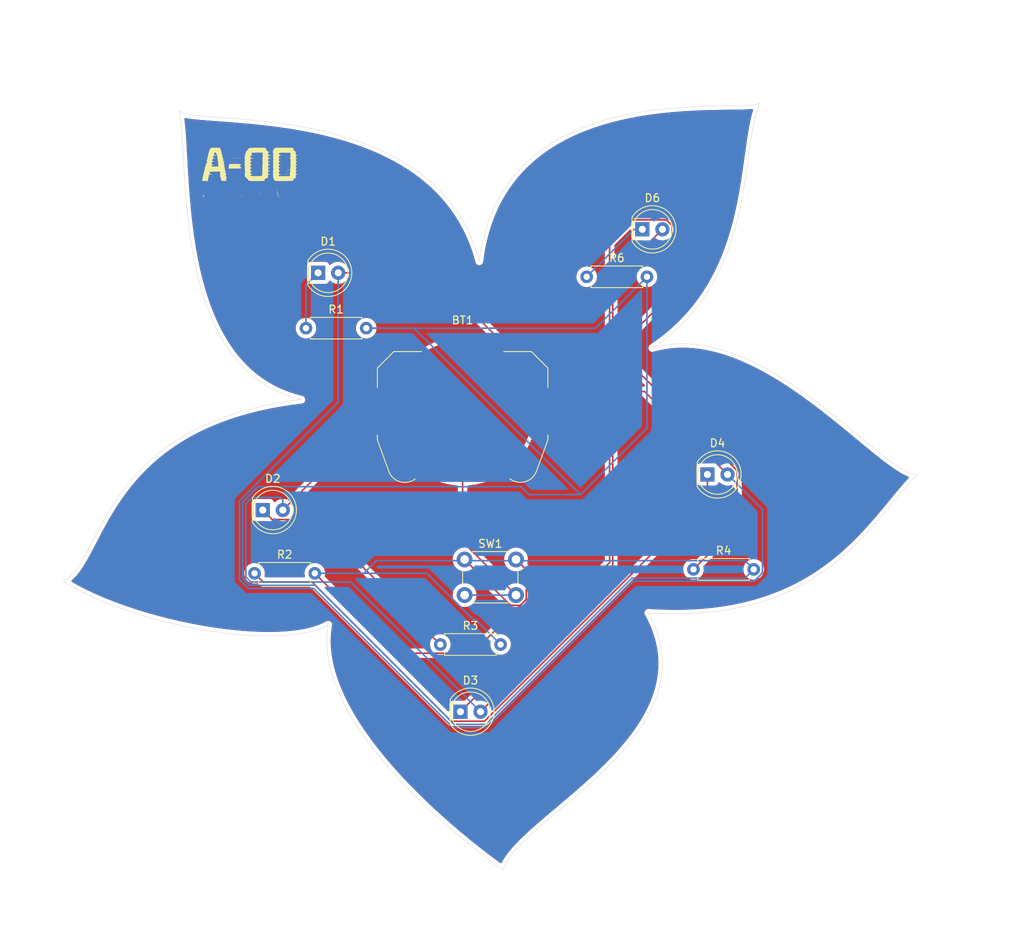
<source format=kicad_pcb>
(kicad_pcb (version 20241229) (generator "pcbnew") (generator_version "9.0")
  (layers (0 "F.Cu" signal) (2 "B.Cu" signal) (13 "F.Paste" user) (15 "B.Paste" user) (5 "F.SilkS" user "F.Silkscreen") (7 "B.SilkS" user "B.Silkscreen") (1 "F.Mask" user) (3 "B.Mask" user) (25 "Edge.Cuts" user))
  (net 0 "")
  (net 1 "Net-(BT1-+)")
  (net 2 "Net-(D1-K)")
  (net 3 "Net-(D2-K)")
  (net 4 "Net-(D3-K)")
  (net 5 "Net-(BT1--)")
  (net 6 "Net-(D4-K)")
  (net 7 "Net-(D6-K)")
  (net 8 "Net-(R1-Pad2)")
  (footprint "Resistor_THT:R_Axial_DIN0207_L6.3mm_D2.5mm_P7.62mm_Horizontal" (layer "F.Cu") (at 117.19 62.5)
    (property "Reference" "R1" (at 3.81 -2.37 0) (layer "F.SilkS"))
    (property "Value" "R")
    (fp_line (start 0.54 -1.37) (end 7.08 -1.37) (stroke (width 0.12)) (layer "F.SilkS"))
    (fp_line (start 0.54 -1.04) (end 0.54 -1.37) (stroke (width 0.12)) (layer "F.SilkS"))
    (fp_line (start 0.54 1.04) (end 0.54 1.37) (stroke (width 0.12)) (layer "F.SilkS"))
    (fp_line (start 0.54 1.37) (end 7.08 1.37) (stroke (width 0.12)) (layer "F.SilkS"))
    (fp_line (start 7.08 -1.37) (end 7.08 -1.04) (stroke (width 0.12)) (layer "F.SilkS"))
    (fp_line (start 7.08 1.37) (end 7.08 1.04) (stroke (width 0.12)) (layer "F.SilkS"))
    (pad "1" thru_hole circle (at 0 0) (size 1.6 1.6) (drill 0.8) (layers "*.Cu" "*.Mask") (net 2 "Net-(D1-K)"))
    (pad "2" thru_hole circle (at 7.62 0) (size 1.6 1.6) (drill 0.8) (layers "*.Cu" "*.Mask") (net 8 "Net-(R1-Pad2)"))
  )
  (footprint "LED_THT:LED_D5.0mm" (layer "F.Cu") (at 167.96 81)
    (property "Reference" "D4" (at 1.27 -3.96 0) (layer "F.SilkS"))
    (property "Value" "LED")
    (fp_line (start -1.29 -1.545) (end -1.29 1.545) (stroke (width 0.12)) (layer "F.SilkS"))
    (fp_arc (start -1.29 -1.54483) (mid 2.071779 -2.880495) (end 4.26 0) (stroke (width 0.12)) (layer "F.SilkS"))
    (fp_arc (start 4.26 0) (mid 2.071779 2.880495) (end -1.29 1.54483) (stroke (width 0.12)) (layer "F.SilkS"))
    (fp_circle (center 1.27 0) (end 3.77 0) (stroke (width 0.12)) (fill no) (layer "F.SilkS"))
    (pad "1" thru_hole rect (at 0 0) (size 1.8 1.8) (drill 0.9) (layers "*.Cu" "*.Mask") (net 6 "Net-(D4-K)"))
    (pad "2" thru_hole circle (at 2.54 0) (size 1.8 1.8) (drill 0.9) (layers "*.Cu" "*.Mask") (net 1 "Net-(BT1-+)"))
  )
  (footprint "LOGO" (layer "F.Cu") (at 110.5 42)
    (property "Reference" "G***" (hide yes))
    (property "Value" "LOGO" (hide yes))
    (fp_poly (pts (xy -3.227393 -0.922113) (xy -3.24835 -0.901156) (xy -3.269307 -0.922113) (xy -3.24835 -0.94307)) (fill yes) (layer "F.SilkS"))
    (fp_poly (pts (xy 2.975907 1.969967) (xy 2.95495 1.990924) (xy 2.933993 1.969967) (xy 2.95495 1.949009)) (fill yes) (layer "F.SilkS"))
    (fp_poly (pts (xy 4.359076 0.50297) (xy 4.338119 0.523927) (xy 4.317161 0.50297) (xy 4.338119 0.482013)) (fill yes) (layer "F.SilkS"))
    (fp_poly (pts (xy 4.40099 0.628712) (xy 4.380033 0.64967) (xy 4.359076 0.628712) (xy 4.380033 0.607755)) (fill yes) (layer "F.SilkS"))
    (fp_poly (pts (xy 4.40099 1.089769) (xy 4.380033 1.110726) (xy 4.359076 1.089769) (xy 4.380033 1.068811)) (fill yes) (layer "F.SilkS"))
    (fp_poly (pts (xy 4.610561 0.964026) (xy 4.589604 0.984983) (xy 4.568647 0.964026) (xy 4.589604 0.943069)) (fill yes) (layer "F.SilkS"))
    (fp_poly (pts (xy -1.305816 3.894017) (xy -1.261173 3.93298) (xy -1.257426 3.942407) (xy -1.277317 3.959634) (xy -1.318731 3.921033) (xy -1.3243 3.9125) (xy -1.32924 3.883819)) (fill yes) (layer "F.SilkS"))
    (fp_poly (pts (xy 0.86672 3.440439) (xy 0.8594 3.490711) (xy 0.804228 3.532143) (xy 0.761473 3.513901) (xy 0.754455 3.48237) (xy 0.788203 3.424632) (xy 0.820819 3.416006)) (fill yes) (layer "F.SilkS"))
    (fp_poly (pts (xy 4.272604 0.642846) (xy 4.290497 0.670867) (xy 4.306501 0.724771) (xy 4.277638 0.719637) (xy 4.239337 0.696181) (xy 4.208915 0.653118) (xy 4.224466 0.634192)) (fill yes) (layer "F.SilkS"))
    (fp_poly (pts (xy 4.553087 0.452482) (xy 4.539472 0.486359) (xy 4.488408 0.522006) (xy 4.418017 0.54671) (xy 4.40099 0.524086) (xy 4.433521 0.474666) (xy 4.500158 0.444004)) (fill yes) (layer "F.SilkS"))
    (fp_poly (pts (xy 3.005929 2.672029) (xy 3.012945 2.807417) (xy 3.005929 2.902557) (xy 2.996791 2.92856) (xy 2.990471 2.880958) (xy 2.988468 2.787293) (xy 2.991067 2.683816) (xy 2.997832 2.645034)) (fill yes) (layer "F.SilkS"))
    (fp_poly (pts (xy 4.225976 0.925171) (xy 4.228718 0.978609) (xy 4.199645 1.055246) (xy 4.191419 1.068811) (xy 4.160637 1.102328) (xy 4.150563 1.060915) (xy 4.150147 1.039849) (xy 4.166758 0.955328) (xy 4.191419 0.922112)) (fill yes) (layer "F.SilkS"))
    (fp_poly (pts (xy -1.624175 3.540538) (xy -1.484866 3.674968) (xy -1.397781 3.761847) (xy -1.353951 3.810918) (xy -1.344405 3.831923) (xy -1.352944 3.835148) (xy -1.385022 3.806976) (xy -1.461483 3.731351) (xy -1.568989 3.621612) (xy -1.635865 3.552227) (xy -1.907096 3.269307)) (fill yes) (layer "F.SilkS"))
    (fp_poly (pts (xy -6.275191 3.715824) (xy -6.240677 3.746552) (xy -6.18222 3.822911) (xy -6.170132 3.882341) (xy -6.193262 3.914433) (xy -6.220823 3.882619) (xy -6.282128 3.84722) (xy -6.310983 3.851417) (xy -6.376572 3.848528) (xy -6.393046 3.833318) (xy -6.387943 3.796027) (xy -6.373431 3.793234) (xy -6.334346 3.759211) (xy -6.329043 3.72873) (xy -6.318196 3.692951)) (fill yes) (layer "F.SilkS"))
    (fp_poly (pts (xy 3.053093 3.159398) (xy 3.081817 3.271787) (xy 3.084231 3.282704) (xy 3.130574 3.461445) (xy 3.188383 3.640716) (xy 3.227231 3.739759) (xy 3.275291 3.862337) (xy 3.292584 3.935251) (xy 3.280604 3.94993) (xy 3.240848 3.897802) (xy 3.209545 3.841162) (xy 3.152963 3.705674) (xy 3.097909 3.531533) (xy 3.052745 3.350712) (xy 3.025835 3.195184) (xy 3.02203 3.124279) (xy 3.031671 3.106426)) (fill yes) (layer "F.SilkS"))
    (fp_poly (pts (xy -1.79781 -0.977675) (xy -1.621735 -0.97436) (xy -1.52497 -0.970936) (xy -1.507105 -0.967847) (xy -1.563214 -0.965213) (xy -1.688368 -0.963154) (xy -1.87764 -0.961792) (xy -2.126102 -0.961247) (xy -2.158581 -0.961242) (xy -2.412154 -0.961705) (xy -2.60579 -0.96299) (xy -2.734831 -0.964976) (xy -2.794623 -0.967544) (xy -2.78051 -0.970574) (xy -2.687835 -0.973945) (xy -2.66959 -0.974407) (xy -2.398295 -0.978676) (xy -2.093146 -0.979765)) (fill yes) (layer "F.SilkS"))
    (fp_poly (pts (xy -2.036661 -0.270988) (xy -1.844242 -0.265935) (xy -1.711497 -0.256254) (xy -1.626369 -0.240913) (xy -1.576801 -0.218881) (xy -1.565795 -0.209571) (xy -1.533858 -0.13605) (xy -1.585713 -0.063116) (xy -1.697525 -0.000759) (xy -1.754584 0.028026) (xy -1.734047 0.04324) (xy -1.687046 0.052203) (xy -1.613395 0.080309) (xy -1.59274 0.109051) (xy -1.558498 0.153861) (xy -1.498433 0.187307) (xy -1.440013 0.215446) (xy -1.457949 0.22657) (xy -1.479949 0.227871) (xy -1.531027 0.248087) (xy -1.529868 0.272442) (xy -1.560104 0.28879) (xy -1.672034 0.301213) (xy -1.863613 0.309597) (xy -2.132792 0.313831) (xy -2.293892 0.314356) (xy -3.083819 0.314356) (xy -3.093401 0.188613) (xy -3.08899 0.100585) (xy -3.065044 0.062893) (xy -3.064326 0.062871) (xy -3.041644 0.029722) (xy -3.046471 -0.016673) (xy -3.044052 -0.11624) (xy -3.020115 -0.184329) (xy -2.998235 -0.217308) (xy -2.964876 -0.240843) (xy -2.907087 -0.256523) (xy -2.811915 -0.265932) (xy -2.666405 -0.270659) (xy -2.457605 -0.27229) (xy -2.300812 -0.272443)) (fill yes) (layer "F.SilkS"))
    (fp_poly (pts (xy -4.494008 -2.324957) (xy -4.330745 -2.320239) (xy -4.227132 -2.310775) (xy -4.171093 -2.295254) (xy -4.150553 -2.272367) (xy -4.149505 -2.263367) (xy -4.145332 -2.170524) (xy -4.121696 -2.104633) (xy -4.082986 -2.042346) (xy -4.040563 -1.948085) (xy -3.998388 -1.807883) (xy -3.97621 -1.707033) (xy -3.94788 -1.569581) (xy -3.920953 -1.464871) (xy -3.906041 -1.425164) (xy -3.88688 -1.358141) (xy -3.873446 -1.248032) (xy -3.872274 -1.228721) (xy -3.855562 -1.087808) (xy -3.816426 -1.012184) (xy -3.743688 -0.984065) (xy -3.717411 -0.982327) (xy -3.655001 -0.978229) (xy -3.667309 -0.963819) (xy -3.724266 -0.940143) (xy -3.796727 -0.886138) (xy -3.797615 -0.834586) (xy -3.775375 -0.73463) (xy -3.772277 -0.688157) (xy -3.74219 -0.621643) (xy -3.677971 -0.606423) (xy -3.613403 -0.600394) (xy -3.625827 -0.57406) (xy -3.655508 -0.550511) (xy -3.703356 -0.486159) (xy -3.708026 -0.382631) (xy -3.702416 -0.342273) (xy -3.6785 -0.242772) (xy -3.65084 -0.190796) (xy -3.645039 -0.188614) (xy -3.629299 -0.15205) (xy -3.63034 -0.061117) (xy -3.633913 -0.029697) (xy -3.635876 0.100475) (xy -3.594553 0.179206) (xy -3.587493 0.185435) (xy -3.545267 0.252122) (xy -3.557281 0.288482) (xy -3.581248 0.364018) (xy -3.575061 0.464671) (xy -3.545856 0.556599) (xy -3.500771 0.605964) (xy -3.489946 0.607755) (xy -3.449847 0.621347) (xy -3.473898 0.664626) (xy -3.500063 0.74077) (xy -3.495728 0.841656) (xy -3.467521 0.933656) (xy -3.422068 0.98314) (xy -3.410768 0.984983) (xy -3.358438 1.009386) (xy -3.353136 1.026897) (xy -3.38701 1.064255) (xy -3.414959 1.068811) (xy -3.452143 1.101552) (xy -3.456675 1.180842) (xy -3.433454 1.278281) (xy -3.38738 1.365472) (xy -3.358639 1.395301) (xy -3.315721 1.445214) (xy -3.344414 1.482563) (xy -3.379646 1.549885) (xy -3.387148 1.682479) (xy -3.386124 1.700958) (xy -3.374093 1.886138) (xy -3.638263 1.886138) (xy -3.83584 1.881012) (xy -3.963226 1.861344) (xy -4.033665 1.820706) (xy -4.060399 1.752665) (xy -4.059878 1.681414) (xy -4.066577 1.564456) (xy -4.074339 1.543839) (xy -3.967877 1.543839) (xy -3.962123 1.568757) (xy -3.939934 1.571782) (xy -3.905434 1.556446) (xy -3.911991 1.543839) (xy -3.961734 1.538823) (xy -3.967877 1.543839) (xy -4.074339 1.543839) (xy -4.099609 1.476722) (xy -4.101604 1.47421) (xy -4.131507 1.394505) (xy -4.152735 1.246079) (xy -4.16302 1.049777) (xy -4.170462 0.690379) (xy -4.820132 0.70146) (xy -5.469802 0.712541) (xy -5.482936 0.848762) (xy -5.485587 0.939381) (xy -5.454038 0.977056) (xy -5.365135 0.984939) (xy -5.346715 0.984983) (xy -5.248702 0.995336) (xy -5.198921 1.020851) (xy -5.19736 1.026897) (xy -5.234791 1.052038) (xy -5.32936 1.066997) (xy -5.383406 1.068811) (xy -5.569451 1.068811) (xy -5.598264 1.267904) (xy -5.623445 1.396677) (xy -5.653993 1.493334) (xy -5.667362 1.517614) (xy -5.689522 1.591004) (xy -5.689494 1.701923) (xy -5.688118 1.713148) (xy -5.683441 1.81522) (xy -5.714174 1.864854) (xy -5.757809 1.882008) (xy -5.897076 1.898652) (xy -6.110405 1.892969) (xy -6.297607 1.876562) (xy -6.40258 1.857166) (xy -6.447077 1.817458) (xy -6.454786 1.760859) (xy -6.427651 1.653566) (xy -6.388921 1.595733) (xy -6.352995 1.545248) (xy -6.363549 1.529868) (xy -6.383068 1.493037) (xy -6.367535 1.387534) (xy -6.363848 1.372689) (xy -6.328153 1.225487) (xy -6.291191 1.062134) (xy -6.284577 1.031364) (xy -6.251681 0.907456) (xy -6.215639 0.815713) (xy -6.203807 0.79698) (xy -6.177574 0.742175) (xy -6.18199 0.726865) (xy -6.18395 0.677811) (xy -6.163108 0.582766) (xy -6.157239 0.563065) (xy -6.122271 0.415722) (xy -6.116835 0.377227) (xy -5.99373 0.377227) (xy -5.972773 0.398184) (xy -5.957068 0.38248) (xy -5.370833 0.38248) (xy -5.315162 0.389737) (xy -5.302145 0.390013) (xy -5.230563 0.385483) (xy -5.224261 0.372362) (xy -5.227998 0.370691) (xy -5.311205 0.3624) (xy -5.35374 0.369138) (xy -5.370833 0.38248) (xy -5.957068 0.38248) (xy -5.951815 0.377227) (xy -5.972773 0.35627) (xy -5.99373 0.377227) (xy -6.116835 0.377227) (xy -6.100705 0.263003) (xy -6.100667 0.262505) (xy -6.078928 0.141096) (xy -6.04139 0.049664) (xy -6.035596 0.041857) (xy -6.012385 -0.008331) (xy -5.297425 -0.008331) (xy -5.248218 0.028479) (xy -5.158967 0.045789) (xy -5.014208 0.056143) (xy -4.841994 0.059263) (xy -4.67038 0.05487) (xy -4.527419 0.042683) (xy -4.486983 0.03606) (xy -4.396778 0.009842) (xy -4.370274 -0.034414) (xy -4.381682 -0.100162) (xy -4.403196 -0.211893) (xy -4.421513 -0.356032) (xy -4.425283 -0.398185) (xy -4.441373 -0.562217) (xy -4.462146 -0.726445) (xy -4.466353 -0.754456) (xy -4.486737 -0.911948) (xy -4.502713 -1.080826) (xy -4.504396 -1.105002) (xy -4.519383 -1.222695) (xy -4.543021 -1.301442) (xy -4.552909 -1.314573) (xy -4.582367 -1.372146) (xy -4.598192 -1.461607) (xy -4.625136 -1.563031) (xy -4.679801 -1.661981) (xy -4.742726 -1.727815) (xy -4.774236 -1.738798) (xy -4.856687 -1.697606) (xy -4.91628 -1.58951) (xy -4.929526 -1.538263) (xy -4.941647 -1.446561) (xy -4.913787 -1.410423) (xy -4.827845 -1.404126) (xy -4.729108 -1.391713) (xy -4.673433 -1.362212) (xy -4.692351 -1.33474) (xy -4.781036 -1.321108) (xy -4.818696 -1.320297) (xy -4.934527 -1.311795) (xy -4.997052 -1.27626) (xy -5.030741 -1.212783) (xy -5.067965 -1.082215) (xy -5.061193 -1.008495) (xy -5.01121 -0.999227) (xy -5.008793 -1.000123) (xy -4.922348 -1.004409) (xy -4.851615 -0.986307) (xy -4.79946 -0.961377) (xy -4.815359 -0.949809) (xy -4.906056 -0.945727) (xy -5.05133 -0.921468) (xy -5.131505 -0.849988) (xy -5.155446 -0.727646) (xy -5.145512 -0.650926) (xy -5.099505 -0.614451) (xy -4.998268 -0.59874) (xy -4.841089 -0.584664) (xy -5.029703 -0.542727) (xy -5.147117 -0.510501) (xy -5.205242 -0.469228) (xy -5.22786 -0.39864) (xy -5.231043 -0.371136) (xy -5.22383 -0.279336) (xy -5.170711 -0.223273) (xy -5.057658 -0.193764) (xy -4.945875 -0.184499) (xy -4.922654 -0.175216) (xy -4.971655 -0.156699) (xy -5.049782 -0.139432) (xy -5.194776 -0.100717) (xy -5.279978 -0.054771) (xy -5.297425 -0.008331) (xy -6.012385 -0.008331) (xy -5.996291 -0.043131) (xy -5.974079 -0.160959) (xy -5.973705 -0.166534) (xy -5.937919 -0.325239) (xy -5.85635 -0.419448) (xy -5.768548 -0.444277) (xy -5.713825 -0.449922) (xy -5.734906 -0.463381) (xy -5.784159 -0.478032) (xy -5.861919 -0.519843) (xy -5.87565 -0.598596) (xy -5.874179 -0.610075) (xy -5.84699 -0.721193) (xy -5.821786 -0.783136) (xy -5.789148 -0.886625) (xy -5.784159 -0.937586) (xy -5.768812 -1.038494) (xy -5.737549 -1.139434) (xy -5.699281 -1.273045) (xy -5.681415 -1.389042) (xy -5.658709 -1.529121) (xy -5.612912 -1.704583) (xy -5.552788 -1.889791) (xy -5.487104 -2.059104) (xy -5.424625 -2.186884) (xy -5.393249 -2.231931) (xy -5.354615 -2.269605) (xy -5.308136 -2.295649) (xy -5.238773 -2.312199) (xy -5.131487 -2.32139) (xy -4.971236 -2.325358) (xy -4.742982 -2.326237) (xy -4.728998 -2.326238)) (fill yes) (layer "F.SilkS"))
    (fp_poly (pts (xy 4.332561 -2.32478) (xy 4.64251 -2.320434) (xy 4.87271 -2.313244) (xy 5.02198 -2.303252) (xy 5.089141 -2.290501) (xy 5.092574 -2.284324) (xy 5.103892 -2.249677) (xy 5.142493 -2.241768) (xy 5.191518 -2.23426) (xy 5.162047 -2.205535) (xy 5.158395 -2.203205) (xy 5.096448 -2.127217) (xy 5.103532 -2.042284) (xy 5.15774 -1.989697) (xy 5.270479 -1.915039) (xy 5.359544 -1.830896) (xy 5.408345 -1.755873) (xy 5.405 -1.71236) (xy 5.384039 -1.646109) (xy 5.389796 -1.542333) (xy 5.390689 -1.537727) (xy 5.424271 -1.44136) (xy 5.485382 -1.406151) (xy 5.516955 -1.404126) (xy 5.593182 -1.389093) (xy 5.616501 -1.362212) (xy 5.580632 -1.330704) (xy 5.511716 -1.320297) (xy 5.440056 -1.308864) (xy 5.411328 -1.257981) (xy 5.40693 -1.178082) (xy 5.424398 -1.066488) (xy 5.488068 -1.00564) (xy 5.614842 -0.980518) (xy 5.630408 -0.979466) (xy 5.655938 -0.970404) (xy 5.606625 -0.954259) (xy 5.574587 -0.948031) (xy 5.473658 -0.919895) (xy 5.428784 -0.865519) (xy 5.414727 -0.785533) (xy 5.417992 -0.682189) (xy 5.464418 -0.62599) (xy 5.498555 -0.609538) (xy 5.595544 -0.570122) (xy 5.499033 -0.54156) (xy 5.434277 -0.507907) (xy 5.412461 -0.441391) (xy 5.415205 -0.36294) (xy 5.436783 -0.254917) (xy 5.489399 -0.202156) (xy 5.532673 -0.187975) (xy 5.637459 -0.163067) (xy 5.507839 -0.117451) (xy 5.419216 -0.075327) (xy 5.391535 -0.015128) (xy 5.397332 0.058389) (xy 5.427479 0.150924) (xy 5.474158 0.188611) (xy 5.474559 0.188613) (xy 5.527896 0.207743) (xy 5.512006 0.255083) (xy 5.455542 0.300446) (xy 5.399673 0.368701) (xy 5.397206 0.476674) (xy 5.417872 0.564696) (xy 5.441981 0.601324) (xy 5.442901 0.60128) (xy 5.502901 0.601366) (xy 5.55363 0.604432) (xy 5.595221 0.615066) (xy 5.56634 0.640147) (xy 5.507795 0.667487) (xy 5.419263 0.718036) (xy 5.391561 0.782719) (xy 5.39664 0.850042) (xy 5.429478 0.947064) (xy 5.508651 0.997535) (xy 5.54726 1.008443) (xy 5.679373 1.040737) (xy 5.553766 1.058556) (xy 5.432712 1.096822) (xy 5.38835 1.165277) (xy 5.407893 1.238267) (xy 5.416733 1.324752) (xy 5.394841 1.357535) (xy 5.368121 1.409045) (xy 5.402465 1.443279) (xy 5.431814 1.478124) (xy 5.388983 1.516758) (xy 5.373434 1.525362) (xy 5.265042 1.563447) (xy 5.200115 1.571782) (xy 5.132179 1.608454) (xy 5.102502 1.713129) (xy 5.106707 1.828162) (xy 5.068959 1.844369) (xy 4.960213 1.859072) (xy 4.79329 1.872011) (xy 4.581013 1.882926) (xy 4.336201 1.891557) (xy 4.071677 1.897644) (xy 3.800261 1.900925) (xy 3.534775 1.901142) (xy 3.288041 1.898034) (xy 3.072879 1.89134) (xy 2.902111 1.880802) (xy 2.83877 1.874186) (xy 2.728632 1.825737) (xy 2.638007 1.729069) (xy 2.591165 1.614622) (xy 2.591133 1.563601) (xy 2.589497 1.550825) (xy 3.60462 1.550825) (xy 3.625577 1.571782) (xy 3.646534 1.550825) (xy 3.625577 1.529868) (xy 3.60462 1.550825) (xy 2.589497 1.550825) (xy 2.583084 1.500748) (xy 2.561955 1.487953) (xy 2.545114 1.449274) (xy 2.53284 1.345928) (xy 2.525113 1.196948) (xy 2.521914 1.021371) (xy 2.523221 0.83823) (xy 2.524739 0.793263) (xy 3.241646 0.793263) (xy 3.24382 0.799679) (xy 3.266786 0.890232) (xy 3.269307 0.920183) (xy 3.306674 0.960925) (xy 3.40167 0.998382) (xy 3.447442 1.009072) (xy 3.625577 1.043874) (xy 3.447442 1.058753) (xy 3.33452 1.074131) (xy 3.282736 1.104988) (xy 3.269401 1.166258) (xy 3.269307 1.176007) (xy 3.269307 1.278382) (xy 3.978355 1.278382) (xy 4.257903 1.276645) (xy 4.46202 1.271035) (xy 4.59904 1.260956) (xy 4.677297 1.24581) (xy 4.704743 1.226364) (xy 4.693708 1.155085) (xy 4.670509 1.122772) (xy 4.641025 1.059421) (xy 4.647798 0.9505) (xy 4.65982 0.89187) (xy 4.680093 0.760201) (xy 4.695169 0.581528) (xy 4.702022 0.392645) (xy 4.702129 0.377227) (xy 4.707476 0.213427) (xy 4.720375 0.080159) (xy 4.73829 0.001277) (xy 4.742921 -0.006747) (xy 4.759844 -0.060795) (xy 4.748817 -0.076023) (xy 4.736285 -0.124228) (xy 4.7306 -0.236255) (xy 4.732372 -0.392332) (xy 4.736303 -0.48179) (xy 4.743822 -0.675719) (xy 4.740174 -0.800761) (xy 4.724114 -0.871268) (xy 4.700104 -0.898859) (xy 4.664745 -0.944149) (xy 4.687963 -1.014891) (xy 4.709711 -1.098635) (xy 4.722679 -1.235594) (xy 4.724163 -1.387787) (xy 4.715346 -1.676568) (xy 4.047916 -1.688148) (xy 3.781649 -1.691499) (xy 3.587306 -1.689309) (xy 3.453043 -1.679145) (xy 3.367013 -1.658578) (xy 3.317371 -1.625177) (xy 3.292271 -1.57651) (xy 3.28282 -1.531143) (xy 3.297079 -1.46198) (xy 3.37768 -1.423935) (xy 3.384941 -1.422288) (xy 3.517947 -1.388267) (xy 3.569148 -1.361219) (xy 3.540077 -1.33906) (xy 3.457921 -1.32315) (xy 3.349829 -1.301688) (xy 3.299284 -1.261283) (xy 3.280306 -1.175908) (xy 3.277255 -1.142162) (xy 3.264246 -0.984984) (xy 3.465869 -0.977938) (xy 3.582343 -0.973357) (xy 3.618699 -0.968935) (xy 3.578604 -0.962111) (xy 3.500366 -0.953858) (xy 3.354115 -0.927718) (xy 3.277028 -0.878556) (xy 3.255061 -0.79353) (xy 3.260249 -0.734294) (xy 3.28629 -0.643823) (xy 3.346448 -0.610861) (xy 3.40228 -0.607756) (xy 3.483325 -0.596018) (xy 3.500031 -0.566165) (xy 3.499835 -0.565842) (xy 3.441913 -0.5331) (xy 3.374092 -0.523928) (xy 3.288928 -0.511801) (xy 3.254186 -0.491457) (xy 3.247011 -0.431527) (xy 3.259415 -0.338207) (xy 3.283679 -0.246362) (xy 3.312084 -0.190856) (xy 3.321712 -0.186474) (xy 3.383464 -0.186636) (xy 3.468399 -0.184324) (xy 3.538375 -0.179927) (xy 3.535163 -0.170408) (xy 3.454622 -0.14953) (xy 3.443559 -0.146909) (xy 3.338217 -0.114458) (xy 3.271222 -0.08027) (xy 3.268648 -0.07785) (xy 3.247789 -0.011266) (xy 3.259491 0.080228) (xy 3.294142 0.159194) (xy 3.337064 0.188613) (xy 3.389632 0.212888) (xy 3.395049 0.230528) (xy 3.361357 0.268291) (xy 3.335671 0.272442) (xy 3.270089 0.306614) (xy 3.252462 0.405559) (xy 3.260749 0.469952) (xy 3.30298 0.546998) (xy 3.351036 0.565841) (xy 3.43554 0.580561) (xy 3.443104 0.617789) (xy 3.373888 0.667133) (xy 3.349303 0.678192) (xy 3.257617 0.733218) (xy 3.241646 0.793263) (xy 2.524739 0.793263) (xy 2.529015 0.666561) (xy 2.539277 0.5254) (xy 2.553986 0.43378) (xy 2.563084 0.412394) (xy 2.578619 0.356431) (xy 2.565299 0.340587) (xy 2.552132 0.293334) (xy 2.542874 0.185845) (xy 2.537764 0.041628) (xy 2.537039 -0.115804) (xy 2.540935 -0.262941) (xy 2.54969 -0.376273) (xy 2.55763 -0.419142) (xy 2.55271 -0.48902) (xy 2.535606 -0.540587) (xy 2.524546 -0.642101) (xy 2.5462 -0.739498) (xy 2.568091 -0.829304) (xy 2.558061 -0.879385) (xy 2.557619 -0.879671) (xy 2.544462 -0.928027) (xy 2.537435 -1.040105) (xy 2.537407 -1.195968) (xy 2.540163 -1.281182) (xy 2.543014 -1.47612) (xy 2.534836 -1.633679) (xy 2.516901 -1.733158) (xy 2.511664 -1.745394) (xy 2.490832 -1.833092) (xy 2.532829 -1.929389) (xy 2.581542 -2.022298) (xy 2.59868 -2.086332) (xy 2.625309 -2.155761) (xy 2.684141 -2.234506) (xy 2.71146 -2.261387) (xy 2.743992 -2.282427) (xy 2.791561 -2.298341) (xy 2.86399 -2.309845) (xy 2.971101 -2.317653) (xy 3.122718 -2.322482) (xy 3.328664 -2.325045) (xy 3.598761 -2.326059) (xy 3.942833 -2.326238) (xy 3.94404 -2.326238)) (fill yes) (layer "F.SilkS"))
    (fp_poly (pts (xy 1.053715 -2.325572) (xy 1.266664 -2.320732) (xy 1.439631 -2.313096) (xy 1.559395 -2.302592) (xy 1.612739 -2.289144) (xy 1.613696 -2.284324) (xy 1.614779 -2.245603) (xy 1.628256 -2.24241) (xy 1.651653 -2.20905) (xy 1.646558 -2.157662) (xy 1.662452 -2.07074) (xy 1.735765 -1.967642) (xy 1.848361 -1.868504) (xy 1.969967 -1.798578) (xy 2.074752 -1.752931) (xy 1.97851 -1.721789) (xy 1.91143 -1.683058) (xy 1.893606 -1.609092) (xy 1.89743 -1.557865) (xy 1.921711 -1.464737) (xy 1.959868 -1.42024) (xy 1.962237 -1.419844) (xy 2.037272 -1.414548) (xy 2.144609 -1.409365) (xy 2.233036 -1.397488) (xy 2.243823 -1.375453) (xy 2.181751 -1.348397) (xy 2.064737 -1.323542) (xy 1.960894 -1.299093) (xy 1.916445 -1.256343) (xy 1.907095 -1.173183) (xy 1.914278 -1.097811) (xy 1.949759 -1.052544) (xy 2.034436 -1.020091) (xy 2.116666 -0.999782) (xy 2.227791 -0.971675) (xy 2.261818 -0.955433) (xy 2.224079 -0.94767) (xy 2.200495 -0.946521) (xy 2.036345 -0.932049) (xy 1.939714 -0.897047) (xy 1.895005 -0.831868) (xy 1.886138 -0.752098) (xy 1.893309 -0.660071) (xy 1.931348 -0.617522) (xy 2.025047 -0.600223) (xy 2.043317 -0.598501) (xy 2.200495 -0.584186) (xy 2.053795 -0.541164) (xy 1.950939 -0.498032) (xy 1.90528 -0.431922) (xy 1.894341 -0.369427) (xy 1.893828 -0.283647) (xy 1.929921 -0.239952) (xy 2.024889 -0.213861) (xy 2.038141 -0.211342) (xy 2.133851 -0.186789) (xy 2.153419 -0.160745) (xy 2.134724 -0.144021) (xy 2.044322 -0.11237) (xy 1.981722 -0.105428) (xy 1.919123 -0.09243) (xy 1.895255 -0.038653) (xy 1.894227 0.042481) (xy 1.908852 0.146408) (xy 1.958047 0.199119) (xy 2.029172 0.223523) (xy 2.158581 0.257299) (xy 2.02236 0.28478) (xy 1.927337 0.315394) (xy 1.890695 0.372594) (xy 1.886138 0.436584) (xy 1.895016 0.516819) (xy 1.936754 0.562272) (xy 2.034014 0.593834) (xy 2.064274 0.6008) (xy 2.160969 0.625425) (xy 2.178739 0.639465) (xy 2.130573 0.645181) (xy 1.989967 0.663076) (xy 1.914551 0.711527) (xy 1.887401 0.804211) (xy 1.886138 0.842768) (xy 1.893728 0.939348) (xy 1.931661 0.978169) (xy 2.011881 0.984983) (xy 2.100169 0.997124) (xy 2.137614 1.026376) (xy 2.137624 1.026897) (xy 2.101201 1.056327) (xy 2.013445 1.068808) (xy 2.011881 1.068811) (xy 1.921798 1.080303) (xy 1.888934 1.128222) (xy 1.886138 1.170169) (xy 1.875759 1.278771) (xy 1.860697 1.337826) (xy 1.864472 1.392762) (xy 1.910994 1.404125) (xy 1.957599 1.415556) (xy 1.931533 1.446208) (xy 1.840236 1.490623) (xy 1.745262 1.525708) (xy 1.619496 1.578462) (xy 1.517359 1.638018) (xy 1.504255 1.648365) (xy 1.440597 1.72645) (xy 1.429153 1.793416) (xy 1.473444 1.825896) (xy 1.477475 1.826213) (xy 1.487777 1.841261) (xy 1.446039 1.865506) (xy 1.377203 1.877089) (xy 1.239992 1.886256) (xy 1.049826 1.893018) (xy 0.822125 1.897389) (xy 0.572306 1.899379) (xy 0.31579 1.899002) (xy 0.067995 1.896269) (xy -0.15566 1.891192) (xy -0.339755 1.883784) (xy -0.468871 1.874057) (xy -0.523928 1.863954) (xy -0.577387 1.835926) (xy -0.576731 1.826213) (xy -0.577574 1.797839) (xy -0.620482 1.732836) (xy -0.688406 1.654015) (xy -0.747241 1.598077) (xy -0.795618 1.556078) (xy 0.119926 1.556078) (xy 0.175598 1.563334) (xy 0.188614 1.563611) (xy 0.260196 1.55908) (xy 0.266498 1.545959) (xy 0.262761 1.544289) (xy 0.179554 1.535997) (xy 0.137019 1.542736) (xy 0.119926 1.556078) (xy -0.795618 1.556078) (xy -0.883918 1.479419) (xy -0.96874 1.392074) (xy -1.014486 1.313977) (xy -1.033938 1.223061) (xy -1.039877 1.097262) (xy -1.039981 1.092688) (xy -1.03616 0.950034) (xy -1.020489 0.838445) (xy -1.002764 0.792542) (xy -0.983628 0.734516) (xy -1.003147 0.714268) (xy -1.023185 0.661191) (xy -1.036466 0.541785) (xy -1.038217 0.481217) (xy -0.344371 0.481217) (xy -0.322029 0.566237) (xy -0.270326 0.602745) (xy -0.173378 0.612087) (xy -0.020957 0.616419) (xy -0.178136 0.658165) (xy -0.281178 0.693431) (xy -0.325545 0.74346) (xy -0.335303 0.836466) (xy -0.335314 0.842447) (xy -0.32874 0.937466) (xy -0.292026 0.976852) (xy -0.199688 0.984956) (xy -0.18614 0.984983) (xy -0.09077 0.994911) (xy -0.060436 1.021176) (xy -0.062872 1.026897) (xy -0.119533 1.057095) (xy -0.212045 1.068811) (xy -0.307929 1.091963) (xy -0.335661 1.146118) (xy -0.291244 1.208324) (xy -0.241007 1.235162) (xy -0.163227 1.250798) (xy -0.028631 1.262653) (xy 0.145434 1.270707) (xy 0.341626 1.274944) (xy 0.542598 1.275346) (xy 0.731008 1.271896) (xy 0.889509 1.264576) (xy 1.000758 1.253369) (xy 1.04741 1.238256) (xy 1.047855 1.236468) (xy 1.08095 1.197517) (xy 1.100247 1.194554) (xy 1.122231 1.190382) (xy 1.138924 1.170943) (xy 1.151189 1.12585) (xy 1.159885 1.044716) (xy 1.165874 0.917155) (xy 1.170017 0.73278) (xy 1.173176 0.481206) (xy 1.174959 0.293399) (xy 1.17985 0.04321) (xy 1.18915 -0.166672) (xy 1.201987 -0.323473) (xy 1.217489 -0.414419) (xy 1.224342 -0.429621) (xy 1.245228 -0.474864) (xy 1.223787 -0.482014) (xy 1.204828 -0.519988) (xy 1.19211 -0.618616) (xy 1.185619 -0.75496) (xy 1.185339 -0.906079) (xy 1.191257 -1.049033) (xy 1.203358 -1.160882) (xy 1.221628 -1.218687) (xy 1.224256 -1.220916) (xy 1.238235 -1.268889) (xy 1.229258 -1.290049) (xy 1.213286 -1.359211) (xy 1.209022 -1.474486) (xy 1.210783 -1.517681) (xy 1.221843 -1.697525) (xy 0.453743 -1.692663) (xy 0.21692 -1.690125) (xy 0.018013 -1.685976) (xy -0.131584 -1.680627) (xy -0.220477 -1.674487) (xy -0.237271 -1.667969) (xy -0.236554 -1.667775) (xy -0.183081 -1.634167) (xy -0.177582 -1.557617) (xy -0.183113 -1.525937) (xy -0.191277 -1.43915) (xy -0.158875 -1.407125) (xy -0.122221 -1.404126) (xy -0.064928 -1.387823) (xy -0.062872 -1.362212) (xy -0.119533 -1.332014) (xy -0.212045 -1.320297) (xy -0.294904 -1.311864) (xy -0.328888 -1.269654) (xy -0.335314 -1.173598) (xy -0.327897 -1.074728) (xy -0.292482 -1.034046) (xy -0.22005 -1.026326) (xy -0.088739 -1.013954) (xy 0 -0.99489) (xy 0.048414 -0.975734) (xy 0.03227 -0.961496) (xy -0.056618 -0.948128) (xy -0.104786 -0.94307) (xy -0.228936 -0.927622) (xy -0.29245 -0.901689) (xy -0.318181 -0.847256) (xy -0.327197 -0.767766) (xy -0.329818 -0.665397) (xy -0.300931 -0.618454) (xy -0.22017 -0.59928) (xy -0.201454 -0.596986) (xy -0.062872 -0.580552) (xy -0.199093 -0.547) (xy -0.293668 -0.512297) (xy -0.330341 -0.45187) (xy -0.335314 -0.376877) (xy -0.31926 -0.270872) (xy -0.26341 -0.221983) (xy -0.251485 -0.218384) (xy -0.183458 -0.18146) (xy -0.167657 -0.150624) (xy -0.202724 -0.113396) (xy -0.251485 -0.104786) (xy -0.310089 -0.08765) (xy -0.333071 -0.021449) (xy -0.335314 0.036675) (xy -0.324787 0.13684) (xy -0.276222 0.186664) (xy -0.199093 0.21067) (xy -0.112506 0.233406) (xy -0.10224 0.24716) (xy -0.162748 0.260964) (xy -0.167657 0.26184) (xy -0.29044 0.301702) (xy -0.344165 0.374604) (xy -0.344371 0.481217) (xy -1.038217 0.481217) (xy -1.041335 0.373394) (xy -1.040943 0.318305) (xy -1.041523 0.147211) (xy -1.047694 0.006814) (xy -1.058256 -0.080787) (xy -1.063473 -0.096147) (xy -1.072453 -0.162644) (xy -1.060783 -0.273469) (xy -1.05307 -0.311918) (xy -1.036126 -0.430596) (xy -1.04626 -0.499513) (xy -1.052401 -0.50578) (xy -1.072187 -0.559739) (xy -1.066857 -0.654347) (xy -1.042564 -0.752477) (xy -1.005463 -0.817002) (xy -1.000173 -0.820892) (xy -0.992842 -0.854101) (xy -1.026418 -0.874215) (xy -1.064847 -0.902506) (xy -1.079774 -0.962105) (xy -1.074375 -1.074082) (xy -1.066785 -1.142011) (xy -1.038589 -1.306244) (xy -0.998424 -1.4612) (xy -0.973449 -1.529868) (xy -0.933425 -1.632841) (xy -0.915807 -1.701826) (xy -0.916061 -1.709269) (xy -0.902426 -1.778593) (xy -0.85532 -1.87043) (xy -0.795268 -1.952037) (xy -0.742796 -1.990671) (xy -0.739505 -1.990925) (xy -0.683495 -2.024681) (xy -0.625478 -2.105877) (xy -0.625317 -2.106189) (xy -0.561764 -2.20675) (xy -0.502971 -2.272512) (xy -0.446046 -2.287379) (xy -0.323351 -2.300041) (xy -0.148105 -2.310424) (xy 0.066472 -2.318454) (xy 0.307161 -2.324058) (xy 0.560744 -2.327161) (xy 0.814002 -2.327691)) (fill yes) (layer "F.SilkS"))
  )
  (footprint "Resistor_THT:R_Axial_DIN0207_L6.3mm_D2.5mm_P7.62mm_Horizontal" (layer "F.Cu") (at 166.19 93)
    (property "Reference" "R4" (at 3.81 -2.37 0) (layer "F.SilkS"))
    (property "Value" "R")
    (fp_line (start 0.54 -1.37) (end 7.08 -1.37) (stroke (width 0.12)) (layer "F.SilkS"))
    (fp_line (start 0.54 -1.04) (end 0.54 -1.37) (stroke (width 0.12)) (layer "F.SilkS"))
    (fp_line (start 0.54 1.04) (end 0.54 1.37) (stroke (width 0.12)) (layer "F.SilkS"))
    (fp_line (start 0.54 1.37) (end 7.08 1.37) (stroke (width 0.12)) (layer "F.SilkS"))
    (fp_line (start 7.08 -1.37) (end 7.08 -1.04) (stroke (width 0.12)) (layer "F.SilkS"))
    (fp_line (start 7.08 1.37) (end 7.08 1.04) (stroke (width 0.12)) (layer "F.SilkS"))
    (pad "1" thru_hole circle (at 0 0) (size 1.6 1.6) (drill 0.8) (layers "*.Cu" "*.Mask") (net 4 "Net-(D3-K)"))
    (pad "2" thru_hole circle (at 7.62 0) (size 1.6 1.6) (drill 0.8) (layers "*.Cu" "*.Mask") (net 8 "Net-(R1-Pad2)"))
  )
  (footprint "LED_THT:LED_D5.0mm" (layer "F.Cu") (at 159.725 50)
    (property "Reference" "D6" (at 1.27 -3.96 0) (layer "F.SilkS"))
    (property "Value" "LED")
    (fp_line (start -1.29 -1.545) (end -1.29 1.545) (stroke (width 0.12)) (layer "F.SilkS"))
    (fp_arc (start -1.29 -1.54483) (mid 2.071779 -2.880495) (end 4.26 0) (stroke (width 0.12)) (layer "F.SilkS"))
    (fp_arc (start 4.26 0) (mid 2.071779 2.880495) (end -1.29 1.54483) (stroke (width 0.12)) (layer "F.SilkS"))
    (fp_circle (center 1.27 0) (end 3.77 0) (stroke (width 0.12)) (fill no) (layer "F.SilkS"))
    (pad "1" thru_hole rect (at 0 0) (size 1.8 1.8) (drill 0.9) (layers "*.Cu" "*.Mask") (net 7 "Net-(D6-K)"))
    (pad "2" thru_hole circle (at 2.54 0) (size 1.8 1.8) (drill 0.9) (layers "*.Cu" "*.Mask") (net 1 "Net-(BT1-+)"))
  )
  (footprint "Resistor_THT:R_Axial_DIN0207_L6.3mm_D2.5mm_P7.62mm_Horizontal" (layer "F.Cu") (at 134.18 102.5)
    (property "Reference" "R3" (at 3.81 -2.37 0) (layer "F.SilkS"))
    (property "Value" "R")
    (fp_line (start 0.54 -1.37) (end 7.08 -1.37) (stroke (width 0.12)) (layer "F.SilkS"))
    (fp_line (start 0.54 -1.04) (end 0.54 -1.37) (stroke (width 0.12)) (layer "F.SilkS"))
    (fp_line (start 0.54 1.04) (end 0.54 1.37) (stroke (width 0.12)) (layer "F.SilkS"))
    (fp_line (start 0.54 1.37) (end 7.08 1.37) (stroke (width 0.12)) (layer "F.SilkS"))
    (fp_line (start 7.08 -1.37) (end 7.08 -1.04) (stroke (width 0.12)) (layer "F.SilkS"))
    (fp_line (start 7.08 1.37) (end 7.08 1.04) (stroke (width 0.12)) (layer "F.SilkS"))
    (pad "1" thru_hole circle (at 0 0) (size 1.6 1.6) (drill 0.8) (layers "*.Cu" "*.Mask") (net 3 "Net-(D2-K)"))
    (pad "2" thru_hole circle (at 7.62 0) (size 1.6 1.6) (drill 0.8) (layers "*.Cu" "*.Mask") (net 8 "Net-(R1-Pad2)"))
  )
  (footprint "Resistor_THT:R_Axial_DIN0207_L6.3mm_D2.5mm_P7.62mm_Horizontal" (layer "F.Cu") (at 110.69 93.5)
    (property "Reference" "R2" (at 3.81 -2.37 0) (layer "F.SilkS"))
    (property "Value" "R")
    (fp_line (start 0.54 -1.37) (end 7.08 -1.37) (stroke (width 0.12)) (layer "F.SilkS"))
    (fp_line (start 0.54 -1.04) (end 0.54 -1.37) (stroke (width 0.12)) (layer "F.SilkS"))
    (fp_line (start 0.54 1.04) (end 0.54 1.37) (stroke (width 0.12)) (layer "F.SilkS"))
    (fp_line (start 0.54 1.37) (end 7.08 1.37) (stroke (width 0.12)) (layer "F.SilkS"))
    (fp_line (start 7.08 -1.37) (end 7.08 -1.04) (stroke (width 0.12)) (layer "F.SilkS"))
    (fp_line (start 7.08 1.37) (end 7.08 1.04) (stroke (width 0.12)) (layer "F.SilkS"))
    (pad "1" thru_hole circle (at 0 0) (size 1.6 1.6) (drill 0.8) (layers "*.Cu" "*.Mask") (net 6 "Net-(D4-K)"))
    (pad "2" thru_hole circle (at 7.62 0) (size 1.6 1.6) (drill 0.8) (layers "*.Cu" "*.Mask") (net 8 "Net-(R1-Pad2)"))
  )
  (footprint "Resistor_THT:R_Axial_DIN0207_L6.3mm_D2.5mm_P7.62mm_Horizontal" (layer "F.Cu") (at 152.69 56)
    (property "Reference" "R6" (at 3.81 -2.37 0) (layer "F.SilkS"))
    (property "Value" "R")
    (fp_line (start 0.54 -1.37) (end 7.08 -1.37) (stroke (width 0.12)) (layer "F.SilkS"))
    (fp_line (start 0.54 -1.04) (end 0.54 -1.37) (stroke (width 0.12)) (layer "F.SilkS"))
    (fp_line (start 0.54 1.04) (end 0.54 1.37) (stroke (width 0.12)) (layer "F.SilkS"))
    (fp_line (start 0.54 1.37) (end 7.08 1.37) (stroke (width 0.12)) (layer "F.SilkS"))
    (fp_line (start 7.08 -1.37) (end 7.08 -1.04) (stroke (width 0.12)) (layer "F.SilkS"))
    (fp_line (start 7.08 1.37) (end 7.08 1.04) (stroke (width 0.12)) (layer "F.SilkS"))
    (pad "1" thru_hole circle (at 0 0) (size 1.6 1.6) (drill 0.8) (layers "*.Cu" "*.Mask") (net 7 "Net-(D6-K)"))
    (pad "2" thru_hole circle (at 7.62 0) (size 1.6 1.6) (drill 0.8) (layers "*.Cu" "*.Mask") (net 8 "Net-(R1-Pad2)"))
  )
  (footprint "Button_Switch_THT:SW_PUSH_6mm" (layer "F.Cu") (at 137.25 91.75)
    (property "Reference" "SW1" (at 3.25 -2 0) (layer "F.SilkS"))
    (property "Value" "SW_Push")
    (fp_line (start -0.25 1.5) (end -0.25 3) (stroke (width 0.12)) (layer "F.SilkS"))
    (fp_line (start 1 5.5) (end 5.5 5.5) (stroke (width 0.12)) (layer "F.SilkS"))
    (fp_line (start 5.5 -1) (end 1 -1) (stroke (width 0.12)) (layer "F.SilkS"))
    (fp_line (start 6.75 3) (end 6.75 1.5) (stroke (width 0.12)) (layer "F.SilkS"))
    (pad "1" thru_hole circle (at 0 0 90) (size 2 2) (drill 1.1) (layers "*.Cu" "*.Mask") (net 8 "Net-(R1-Pad2)"))
    (pad "1" thru_hole circle (at 6.5 0 90) (size 2 2) (drill 1.1) (layers "*.Cu" "*.Mask") (net 8 "Net-(R1-Pad2)"))
    (pad "2" thru_hole circle (at 0 4.5 90) (size 2 2) (drill 1.1) (layers "*.Cu" "*.Mask") (net 5 "Net-(BT1--)"))
    (pad "2" thru_hole circle (at 6.5 4.5 90) (size 2 2) (drill 1.1) (layers "*.Cu" "*.Mask") (net 5 "Net-(BT1--)"))
  )
  (footprint "LED_THT:LED_D5.0mm" (layer "F.Cu") (at 136.725 111)
    (property "Reference" "D3" (at 1.27 -3.96 0) (layer "F.SilkS"))
    (property "Value" "LED")
    (fp_line (start -1.29 -1.545) (end -1.29 1.545) (stroke (width 0.12)) (layer "F.SilkS"))
    (fp_arc (start -1.29 -1.54483) (mid 2.071779 -2.880495) (end 4.26 0) (stroke (width 0.12)) (layer "F.SilkS"))
    (fp_arc (start 4.26 0) (mid 2.071779 2.880495) (end -1.29 1.54483) (stroke (width 0.12)) (layer "F.SilkS"))
    (fp_circle (center 1.27 0) (end 3.77 0) (stroke (width 0.12)) (fill no) (layer "F.SilkS"))
    (pad "1" thru_hole rect (at 0 0) (size 1.8 1.8) (drill 0.9) (layers "*.Cu" "*.Mask") (net 4 "Net-(D3-K)"))
    (pad "2" thru_hole circle (at 2.54 0) (size 1.8 1.8) (drill 0.9) (layers "*.Cu" "*.Mask") (net 1 "Net-(BT1-+)"))
  )
  (footprint "LED_THT:LED_D5.0mm" (layer "F.Cu") (at 111.725 85.5)
    (property "Reference" "D2" (at 1.27 -3.96 0) (layer "F.SilkS"))
    (property "Value" "LED")
    (fp_line (start -1.29 -1.545) (end -1.29 1.545) (stroke (width 0.12)) (layer "F.SilkS"))
    (fp_arc (start -1.29 -1.54483) (mid 2.071779 -2.880495) (end 4.26 0) (stroke (width 0.12)) (layer "F.SilkS"))
    (fp_arc (start 4.26 0) (mid 2.071779 2.880495) (end -1.29 1.54483) (stroke (width 0.12)) (layer "F.SilkS"))
    (fp_circle (center 1.27 0) (end 3.77 0) (stroke (width 0.12)) (fill no) (layer "F.SilkS"))
    (pad "1" thru_hole rect (at 0 0) (size 1.8 1.8) (drill 0.9) (layers "*.Cu" "*.Mask") (net 3 "Net-(D2-K)"))
    (pad "2" thru_hole circle (at 2.54 0) (size 1.8 1.8) (drill 0.9) (layers "*.Cu" "*.Mask") (net 1 "Net-(BT1-+)"))
  )
  (footprint "LED_THT:LED_D5.0mm" (layer "F.Cu") (at 118.725 55.5)
    (property "Reference" "D1" (at 1.27 -3.96 0) (layer "F.SilkS"))
    (property "Value" "LED")
    (fp_line (start -1.29 -1.545) (end -1.29 1.545) (stroke (width 0.12)) (layer "F.SilkS"))
    (fp_arc (start -1.29 -1.54483) (mid 2.071779 -2.880495) (end 4.26 0) (stroke (width 0.12)) (layer "F.SilkS"))
    (fp_arc (start 4.26 0) (mid 2.071779 2.880495) (end -1.29 1.54483) (stroke (width 0.12)) (layer "F.SilkS"))
    (fp_circle (center 1.27 0) (end 3.77 0) (stroke (width 0.12)) (fill no) (layer "F.SilkS"))
    (pad "1" thru_hole rect (at 0 0) (size 1.8 1.8) (drill 0.9) (layers "*.Cu" "*.Mask") (net 2 "Net-(D1-K)"))
    (pad "2" thru_hole circle (at 2.54 0) (size 1.8 1.8) (drill 0.9) (layers "*.Cu" "*.Mask") (net 1 "Net-(BT1-+)"))
  )
  (footprint "Battery:BatteryHolder_Keystone_3034_1x20mm" (layer "F.Cu") (at 137 73)
    (property "Reference" "BT1" (at 0 -11.5 0) (layer "F.SilkS"))
    (property "Value" "Battery")
    (fp_line (start -10.78 -5.46) (end -10.78 -3) (stroke (width 0.12)) (layer "F.SilkS"))
    (fp_line (start -10.78 3) (end -10.78 3.63) (stroke (width 0.12)) (layer "F.SilkS"))
    (fp_line (start -10.78 3.63) (end -9.34 7.58) (stroke (width 0.12)) (layer "F.SilkS"))
    (fp_line (start -8.7 -7.54) (end -10.78 -5.46) (stroke (width 0.12)) (layer "F.SilkS"))
    (fp_line (start -5.2 -7.54) (end -8.7 -7.54) (stroke (width 0.12)) (layer "F.SilkS"))
    (fp_line (start 8.7 -7.54) (end 5.2 -7.54) (stroke (width 0.12)) (layer "F.SilkS"))
    (fp_line (start 8.7 -7.54) (end 10.78 -5.46) (stroke (width 0.12)) (layer "F.SilkS"))
    (fp_line (start 10.78 -5.46) (end 10.78 -3) (stroke (width 0.12)) (layer "F.SilkS"))
    (fp_line (start 10.78 3) (end 10.78 3.63) (stroke (width 0.12)) (layer "F.SilkS"))
    (fp_line (start 10.78 3.63) (end 9.34 7.58) (stroke (width 0.12)) (layer "F.SilkS"))
    (fp_arc (start -6.003354 8.56653) (mid -7.921654 8.918738) (end -9.34 7.58) (stroke (width 0.12)) (layer "F.SilkS"))
    (fp_arc (start 9.325243 7.588169) (mid 7.90634 8.911668) (end 6 8.55) (stroke (width 0.12)) (layer "F.SilkS"))
    (pad "1" smd rect (at -10.985 0) (size 1.27 5.08) (layers "F.Cu" "F.Mask" "F.Paste") (net 1 "Net-(BT1-+)"))
    (pad "1" smd rect (at 10.985 0) (size 1.27 5.08) (layers "F.Cu" "F.Mask" "F.Paste") (net 1 "Net-(BT1-+)"))
    (pad "2" smd circle (at 0 0) (size 17.8 17.8) (layers "F.Cu" "F.Mask") (net 5 "Net-(BT1--)"))
  )
  (gr_curve (pts (xy 169.60835 32.541925) (xy 169.60835 32.541925) (xy 169.60835 32.541925) (xy 169.60835 32.541925)) (stroke (width 0.05)) (layer "Edge.Cuts"))
  (gr_curve (pts (xy 116.60835 71.541925) (xy 99.60835 67.541925) (xy 102.60835 40.541925) (xy 101.10835 35.041925)) (stroke (width 0.05)) (layer "Edge.Cuts"))
  (gr_curve (pts (xy 116.60835 71.541925) (xy 91.10835 74.541925) (xy 91.60835 92.041925) (xy 86.5 94.5)) (stroke (width 0.05)) (layer "Edge.Cuts"))
  (gr_curve (pts (xy 120 100) (xy 114 103.5) (xy 95.10835 100.041925) (xy 86.5 94.5)) (stroke (width 0.05)) (layer "Edge.Cuts"))
  (gr_curve (pts (xy 161 65) (xy 174.5 56) (xy 172 39.5) (xy 174.60835 34.041925)) (stroke (width 0.05)) (layer "Edge.Cuts"))
  (gr_curve (pts (xy 161 65) (xy 175 61) (xy 190 81) (xy 194.5 81.041925)) (stroke (width 0.05)) (layer "Edge.Cuts"))
  (gr_curve (pts (xy 139.10835 54.041925) (xy 142.10835 30.041925) (xy 173 35.5) (xy 174.60835 34.041925)) (stroke (width 0.05)) (layer "Edge.Cuts"))
  (gr_curve (pts (xy 120 100) (xy 117.5 114) (xy 142.10835 131) (xy 142.10835 131)) (stroke (width 0.05)) (layer "Edge.Cuts"))
  (gr_curve (pts (xy 139.10835 54.041925) (xy 133.60835 33.041925) (xy 102.60835 37.041925) (xy 101.10835 35.041925)) (stroke (width 0.05)) (layer "Edge.Cuts"))
  (gr_curve (pts (xy 160.5 98.5) (xy 183 100) (xy 188.89165 86.458075) (xy 194.5 81.041925)) (stroke (width 0.05)) (layer "Edge.Cuts"))
  (gr_curve (pts (xy 160.5 98.5) (xy 169 114) (xy 144 124.5) (xy 142.10835 131)) (stroke (width 0.05)) (layer "Edge.Cuts"))
  (segment (start 155.985 70.5) (end 155.985 56.28) (width 0.2) (layer "F.Cu") (net 1))
  (segment (start 126.015 73) (end 126.015 73.75) (width 0.2) (layer "F.Cu") (net 1))
  (segment (start 147.985 70.26) (end 147.985 73) (width 0.2) (layer "F.Cu") (net 1))
  (segment (start 155.985 56.28) (end 162.265 50) (width 0.2) (layer "F.Cu") (net 1))
  (segment (start 121.265 55.5) (end 133.225 55.5) (width 0.2) (layer "F.Cu") (net 1))
  (segment (start 155.985 70.5) (end 155.985 94.28) (width 0.2) (layer "F.Cu") (net 1))
  (segment (start 126.015 73.75) (end 114.265 85.5) (width 0.2) (layer "F.Cu") (net 1))
  (segment (start 133.225 55.5) (end 147.985 70.26) (width 0.2) (layer "F.Cu") (net 1))
  (segment (start 155.985 94.28) (end 139.265 111) (width 0.2) (layer "F.Cu") (net 1))
  (segment (start 155.985 70.5) (end 160 70.5) (width 0.2) (layer "F.Cu") (net 1))
  (segment (start 160 70.5) (end 170.5 81) (width 0.2) (layer "F.Cu") (net 1))
  (segment (start 121.265 71.8567) (end 108.787 84.3347) (width 0.2) (layer "B.Cu") (net 1))
  (segment (start 108.787 84.3347) (end 108.787 94.28825) (width 0.2) (layer "B.Cu") (net 1))
  (segment (start 158.595671 94.502) (end 173.86505 94.502) (width 0.2) (layer "B.Cu") (net 1))
  (segment (start 118.1589 95.403) (end 135.7589 113.003) (width 0.2) (layer "B.Cu") (net 1))
  (segment (start 135.7589 113.003) (end 140.094671 113.003) (width 0.2) (layer "B.Cu") (net 1))
  (segment (start 109.90175 95.403) (end 118.1589 95.403) (width 0.2) (layer "B.Cu") (net 1))
  (segment (start 110.23395 94.601) (end 122.866 94.601) (width 0.2) (layer "B.Cu") (net 1))
  (segment (start 109.589 84.6669) (end 110.3579 83.898) (width 0.2) (layer "B.Cu") (net 1))
  (segment (start 173.86505 94.502) (end 174.911 93.45605) (width 0.2) (layer "B.Cu") (net 1))
  (segment (start 114.265 84.227208) (end 114.265 85.5) (width 0.2) (layer "B.Cu") (net 1))
  (segment (start 109.589 93.95605) (end 110.23395 94.601) (width 0.2) (layer "B.Cu") (net 1))
  (segment (start 121.265 55.5) (end 121.265 71.8567) (width 0.2) (layer "B.Cu") (net 1))
  (segment (start 122.866 94.601) (end 139.265 111) (width 0.2) (layer "B.Cu") (net 1))
  (segment (start 140.094671 113.003) (end 158.595671 94.502) (width 0.2) (layer "B.Cu") (net 1))
  (segment (start 109.589 84.6669) (end 109.589 93.95605) (width 0.2) (layer "B.Cu") (net 1))
  (segment (start 174.911 85.411) (end 170.5 81) (width 0.2) (layer "B.Cu") (net 1))
  (segment (start 113.935792 83.898) (end 114.265 84.227208) (width 0.2) (layer "B.Cu") (net 1))
  (segment (start 174.911 93.45605) (end 174.911 85.411) (width 0.2) (layer "B.Cu") (net 1))
  (segment (start 108.787 94.28825) (end 109.90175 95.403) (width 0.2) (layer "B.Cu") (net 1))
  (segment (start 110.3579 83.898) (end 113.935792 83.898) (width 0.2) (layer "B.Cu") (net 1))
  (segment (start 117.19 62.5) (end 117.19 57.035) (width 0.2) (layer "B.Cu") (net 2))
  (segment (start 117.19 57.035) (end 118.725 55.5) (width 0.2) (layer "B.Cu") (net 2))
  (segment (start 118.381 86.701) (end 112.926 86.701) (width 0.2) (layer "F.Cu") (net 3))
  (segment (start 134.18 102.5) (end 118.381 86.701) (width 0.2) (layer "F.Cu") (net 3))
  (segment (start 112.926 86.701) (end 111.725 85.5) (width 0.2) (layer "F.Cu") (net 3))
  (segment (start 166.19 93) (end 171.701 87.489) (width 0.2) (layer "F.Cu") (net 4))
  (segment (start 155.584 51.739) (end 155.584 92.141) (width 0.2) (layer "F.Cu") (net 4))
  (segment (start 171.701 80.502529) (end 156.386 65.187529) (width 0.2) (layer "F.Cu") (net 4))
  (segment (start 163.466 49.502529) (end 162.762471 48.799) (width 0.2) (layer "F.Cu") (net 4))
  (segment (start 162.762471 48.799) (end 158.524 48.799) (width 0.2) (layer "F.Cu") (net 4))
  (segment (start 158.524 48.799) (end 155.584 51.739) (width 0.2) (layer "F.Cu") (net 4))
  (segment (start 171.701 87.489) (end 171.701 80.502529) (width 0.2) (layer "F.Cu") (net 4))
  (segment (start 163.466 58.107529) (end 163.466 49.502529) (width 0.2) (layer "F.Cu") (net 4))
  (segment (start 155.584 92.141) (end 136.725 111) (width 0.2) (layer "F.Cu") (net 4))
  (segment (start 156.386 65.187529) (end 163.466 58.107529) (width 0.2) (layer "F.Cu") (net 4))
  (segment (start 137 89.5) (end 137 73) (width 0.2) (layer "F.Cu") (net 5))
  (segment (start 143.75 96.25) (end 137 89.5) (width 0.2) (layer "F.Cu") (net 5))
  (segment (start 137.25 96.25) (end 143.75 96.25) (width 0.2) (layer "B.Cu") (net 5))
  (segment (start 135.56805 112.201) (end 117.96805 94.601) (width 0.2) (layer "F.Cu") (net 6))
  (segment (start 117.96805 94.601) (end 111.791 94.601) (width 0.2) (layer "F.Cu") (net 6))
  (segment (start 167.96 81) (end 167.96 84.003471) (width 0.2) (layer "F.Cu") (net 6))
  (segment (start 111.791 94.601) (end 110.69 93.5) (width 0.2) (layer "F.Cu") (net 6))
  (segment (start 167.96 84.003471) (end 139.762471 112.201) (width 0.2) (layer "F.Cu") (net 6))
  (segment (start 139.762471 112.201) (end 135.56805 112.201) (width 0.2) (layer "F.Cu") (net 6))
  (segment (start 158.69 50) (end 152.69 56) (width 0.2) (layer "B.Cu") (net 7))
  (segment (start 159.725 50) (end 158.69 50) (width 0.2) (layer "B.Cu") (net 7))
  (segment (start 128.411 103.601) (end 118.31 93.5) (width 0.2) (layer "F.Cu") (net 8))
  (segment (start 145.051 93.051) (end 143.75 91.75) (width 0.2) (layer "F.Cu") (net 8))
  (segment (start 145.051 96.788892) (end 145.051 93.051) (width 0.2) (layer "F.Cu") (net 8))
  (segment (start 137.25 91.75) (end 143.051 97.551) (width 0.2) (layer "F.Cu") (net 8))
  (segment (start 144.288892 97.551) (end 145.051 96.788892) (width 0.2) (layer "F.Cu") (net 8))
  (segment (start 143.051 97.551) (end 144.288892 97.551) (width 0.2) (layer "F.Cu") (net 8))
  (segment (start 138.238892 103.601) (end 128.411 103.601) (width 0.2) (layer "F.Cu") (net 8))
  (segment (start 145.051 96.788892) (end 138.238892 103.601) (width 0.2) (layer "F.Cu") (net 8))
  (segment (start 138.65 99.35) (end 141.8 102.5) (width 0.2) (layer "B.Cu") (net 8))
  (segment (start 160.31 75.131925) (end 151.9 83.541925) (width 0.2) (layer "B.Cu") (net 8))
  (segment (start 130.858075 62.5) (end 124.81 62.5) (width 0.2) (layer "B.Cu") (net 8))
  (segment (start 118.325 95.002) (end 110.06785 95.002) (width 0.2) (layer "B.Cu") (net 8))
  (segment (start 139.928571 112.602) (end 135.925 112.602) (width 0.2) (layer "B.Cu") (net 8))
  (segment (start 111.146875 82.541925) (end 144.4 82.541925) (width 0.2) (layer "B.Cu") (net 8))
  (segment (start 118.31 93.5) (end 124.5 93.5) (width 0.2) (layer "B.Cu") (net 8))
  (segment (start 172.709 94.101) (end 158.429571 94.101) (width 0.2) (layer "B.Cu") (net 8))
  (segment (start 153.81 62.5) (end 124.81 62.5) (width 0.2) (layer "B.Cu") (net 8))
  (segment (start 151.9 83.541925) (end 145.4 83.541925) (width 0.2) (layer "B.Cu") (net 8))
  (segment (start 126.101 91.899) (end 172.709 91.899) (width 0.2) (layer "B.Cu") (net 8))
  (segment (start 124.5 93.5) (end 132.5 93.5) (width 0.2) (layer "B.Cu") (net 8))
  (segment (start 124.5 93.5) (end 126.101 91.899) (width 0.2) (layer "B.Cu") (net 8))
  (segment (start 158.429571 94.101) (end 139.928571 112.602) (width 0.2) (layer "B.Cu") (net 8))
  (segment (start 151.9 83.541925) (end 130.858075 62.5) (width 0.2) (layer "B.Cu") (net 8))
  (segment (start 138.35 99.35) (end 132.5 93.5) (width 0.2) (layer "B.Cu") (net 8))
  (segment (start 144.4 82.541925) (end 145.4 83.541925) (width 0.2) (layer "B.Cu") (net 8))
  (segment (start 160.31 56) (end 153.81 62.5) (width 0.2) (layer "B.Cu") (net 8))
  (segment (start 160.31 56) (end 160.31 75.131925) (width 0.2) (layer "B.Cu") (net 8))
  (segment (start 172.709 91.899) (end 173.81 93) (width 0.2) (layer "B.Cu") (net 8))
  (segment (start 138.65 99.35) (end 138.35 99.35) (width 0.2) (layer "B.Cu") (net 8))
  (segment (start 109.188 94.12215) (end 109.188 84.5008) (width 0.2) (layer "B.Cu") (net 8))
  (segment (start 135.925 112.602) (end 118.325 95.002) (width 0.2) (layer "B.Cu") (net 8))
  (segment (start 173.81 93) (end 172.709 94.101) (width 0.2) (layer "B.Cu") (net 8))
  (segment (start 109.188 84.5008) (end 111.146875 82.541925) (width 0.2) (layer "B.Cu") (net 8))
  (segment (start 110.06785 95.002) (end 109.188 94.12215) (width 0.2) (layer "B.Cu") (net 8))
  (zone (net 0) (net_name "") (layers "F.Cu" "B.Cu") (connect_pads (clearance 0.5)) (min_thickness 0.25) (fill yes (thermal_gap 0.5) (thermal_bridge_width 0.5) (island_removal_mode 1) (island_area_min 10))
    (polygon (pts (xy 208 21) (xy 84.5 30.5) (xy 78.5 140.5) (xy 201 139) (xy 203 30) (xy 203.5 29) (xy 204 31)))
  )
)
</source>
